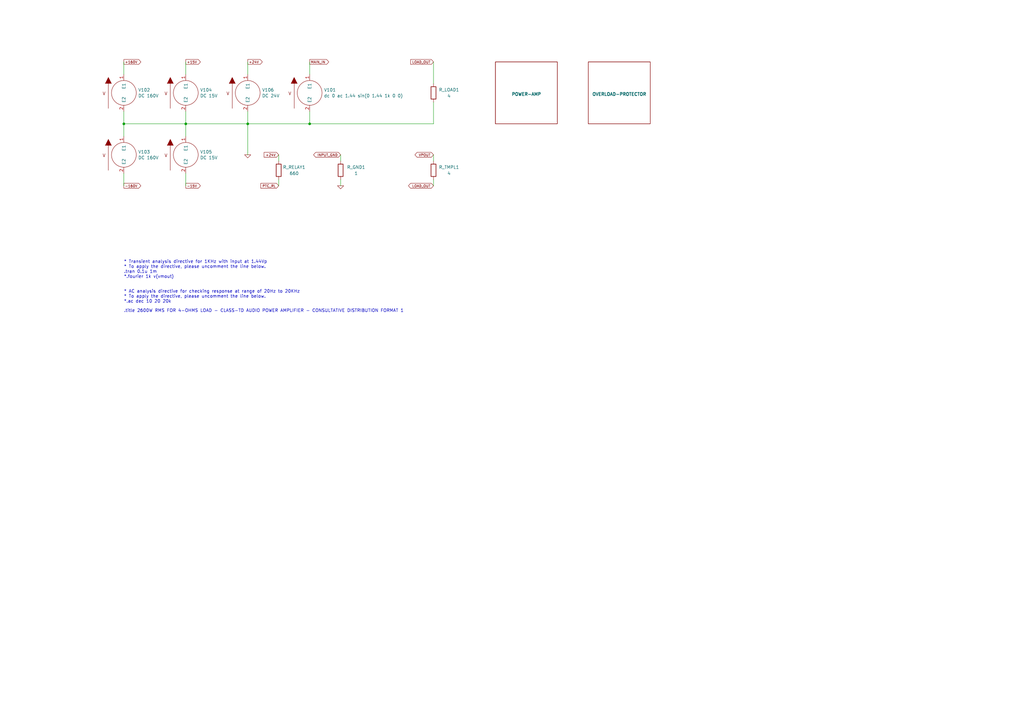
<source format=kicad_sch>
(kicad_sch (version 20211123) (generator eeschema)
  (paper "A3")
  (title_block (title "2600 WATTS RMS CLASS-TD\\nAUDIO POWER AMPLIFIER\\nFOR 4-OHMS LOUDSPEAKER") (date "2022-10-01") (company "BSD POWER AMP"))
  (lib_symbols
    (symbol "Device:R" (pin_numbers hide) (pin_names (offset 0))
      (property "Reference" "R" (at 2.032 0 90))
      (property "Value" "R" (at 0 0 90))
      (symbol "R_0_1"
        (rectangle (start -1.016 -2.54) (end 1.016 2.54) (stroke (width 0.254)))
      )
      (symbol "R_1_1"
        (pin passive line (at 0 3.81 270) (length 1.27) (name "~") (number "1"))
        (pin passive line (at 0 -3.81 90) (length 1.27) (name "~") (number "2"))
      )
    )
    (symbol "pspice:0" (power) (pin_names (offset 0))
      (property "Value" "0" (at 0 -1.778 0))
      (symbol "0_0_1"
        (polyline (pts (xy -1.27 0) (xy 0 -1.27) (xy 1.27 0) (xy -1.27 0)))
      )
      (symbol "0_1_1"
        (pin power_in line (at 0 0 0) (length 0) hide (name "0") (number "1"))
      )
    )
    (symbol "pspice:VSOURCE" (pin_names (offset 1.016))
      (property "Reference" "V" (at -6.35 7.62 0))
      (property "Value" "VSOURCE" (at 0 0 0))
      (symbol "VSOURCE_0_1"
        (polyline (pts (xy -6.35 -6.35) (xy -6.35 3.81)) (fill (type outline)))
        (polyline (pts (xy -7.62 3.81) (xy -6.35 6.35) (xy -5.08 3.81)) (fill (type outline)))
        (circle (center 0 0) (radius 5.08))
        (text "V" (at -8.128 -0.254 0) (effects (font (size 1.27 1.27))))
      )
      (symbol "VSOURCE_1_1"
        (pin input line (at 0 7.62 270) (length 2.54) (name "E1") (number "1"))
        (pin input line (at 0 -7.62 90) (length 2.54) (name "E2") (number "2"))
      )
    )
  )
  (junction (at 50.8 50.8))
  (junction (at 101.6 50.8))
  (junction (at 127 50.8))
  (junction (at 76.2 50.8))
  (wire (pts (xy 139.7 63.5) (xy 139.7 66.04)))
  (wire (pts (xy 177.8 73.66) (xy 177.8 76.2)))
  (wire (pts (xy 101.6 50.8) (xy 101.6 63.5)))
  (wire (pts (xy 127 45.72) (xy 127 50.8)))
  (wire (pts (xy 50.8 45.72) (xy 50.8 50.8)))
  (wire (pts (xy 76.2 50.8) (xy 101.6 50.8)))
  (wire (pts (xy 177.8 41.91) (xy 177.8 50.8)))
  (wire (pts (xy 114.3 63.5) (xy 114.3 66.04)))
  (wire (pts (xy 177.8 25.4) (xy 177.8 34.29)))
  (wire (pts (xy 50.8 76.2) (xy 50.8 71.12)))
  (wire (pts (xy 114.3 73.66) (xy 114.3 76.2)))
  (wire (pts (xy 101.6 25.4) (xy 101.6 30.48)))
  (wire (pts (xy 50.8 25.4) (xy 50.8 30.48)))
  (wire (pts (xy 76.2 50.8) (xy 50.8 50.8)))
  (wire (pts (xy 139.7 73.66) (xy 139.7 76.2)))
  (wire (pts (xy 177.8 63.5) (xy 177.8 66.04)))
  (wire (pts (xy 76.2 25.4) (xy 76.2 30.48)))
  (wire (pts (xy 101.6 45.72) (xy 101.6 50.8)))
  (wire (pts (xy 127 25.4) (xy 127 30.48)))
  (wire (pts (xy 50.8 50.8) (xy 50.8 55.88)))
  (wire (pts (xy 127 50.8) (xy 177.8 50.8)))
  (wire (pts (xy 101.6 50.8) (xy 127 50.8)))
  (wire (pts (xy 76.2 76.2) (xy 76.2 71.12)))
  (wire (pts (xy 76.2 45.72) (xy 76.2 50.8)))
  (wire (pts (xy 76.2 55.88) (xy 76.2 50.8)))
  (text "* Transient analysis directive for 1KHz with input at 1.44Vp\n* To apply the directive, please uncomment the line below.\n.tran 0.1u 1m\n*.fourier 1k v(vmout)" (at 50.8 114.3 0) (effects (font (size 1.27 1.27)) (justify left bottom)))
  (text ".title 2600W RMS FOR 4-OHMS LOAD - CLASS-TD AUDIO POWER AMPLIFIER - CONSULTATIVE DISTRIBUTION FORMAT 1" (at 50.8 128.27 0) (effects (font (size 1.27 1.27)) (justify left bottom)))
  (text "* AC analysis directive for checking response at range of 20Hz to 20KHz\n* To apply the directive, please uncomment the line below.\n*.ac dec 10 20 20k" (at 50.8 124.46 0) (effects (font (size 1.27 1.27)) (justify left bottom)))
  (global_label "-160V" (shape output) (at 50.8 76.2 0) (effects (font (size 1.016 1.016))) (property "Intersheet References" "${INTERSHEET_REFS}" (effects hide)))
  (global_label "+24V" (shape input) (at 114.3 63.5 180) (effects (font (size 1.016 1.016))) (property "Intersheet References" "${INTERSHEET_REFS}" (effects hide)))
  (global_label "+24V" (shape output) (at 101.6 25.4 0) (effects (font (size 1.016 1.016))) (property "Intersheet References" "${INTERSHEET_REFS}" (effects hide)))
  (global_label "LOAD_OUT" (shape bidirectional) (at 177.8 76.2 180) (effects (font (size 1.016 1.016))) (property "Intersheet References" "${INTERSHEET_REFS}" (effects hide)))
  (global_label "+15V" (shape output) (at 76.2 25.4 0) (effects (font (size 1.016 1.016))) (property "Intersheet References" "${INTERSHEET_REFS}" (effects hide)))
  (global_label "+160V" (shape output) (at 50.8 25.4 0) (effects (font (size 1.016 1.016))) (property "Intersheet References" "${INTERSHEET_REFS}" (effects hide)))
  (global_label "LOAD_OUT" (shape input) (at 177.8 25.4 180) (effects (font (size 1.016 1.016))) (property "Intersheet References" "${INTERSHEET_REFS}" (effects hide)))
  (global_label "MAIN_IN" (shape output) (at 127 25.4 0) (effects (font (size 1.016 1.016))) (property "Intersheet References" "${INTERSHEET_REFS}" (effects hide)))
  (global_label "-15V" (shape output) (at 76.2 76.2 0) (effects (font (size 1.016 1.016))) (property "Intersheet References" "${INTERSHEET_REFS}" (effects hide)))
  (global_label "INPUT_GND" (shape bidirectional) (at 139.7 63.5 180) (effects (font (size 1.016 1.016))) (property "Intersheet References" "${INTERSHEET_REFS}" (effects hide)))
  (global_label "VPOUT" (shape bidirectional) (at 177.8 63.5 180) (effects (font (size 1.016 1.016))) (property "Intersheet References" "${INTERSHEET_REFS}" (effects hide)))
  (global_label "PTC_RL" (shape input) (at 114.3 76.2 180) (effects (font (size 1.016 1.016))) (property "Intersheet References" "${INTERSHEET_REFS}" (effects hide)))
  (symbol (lib_id "pspice:0") (at 101.6 63.5 0) (unit 1)
    (property "Reference" "#GND0105" (effects hide))
    (property "Value" "0" (effects hide))
  )
  (symbol (lib_id "Device:R") (at 177.8 69.85 0) (unit 1)
    (property "Reference" "R_TMPL1" (at 184.15 68.58 0))
    (property "Value" "4" (at 184.15 71.12 0))
  )
  (symbol (lib_id "pspice:VSOURCE") (at 76.2 38.1 0) (unit 1)
    (property "Reference" "V104" (at 82.042 36.9062 0) (effects (justify left)))
    (property "Value" "DC 15V" (at 82.042 39.2684 0) (effects (justify left)))
  )
  (symbol (lib_id "pspice:VSOURCE") (at 76.2 63.5 0) (unit 1)
    (property "Reference" "V105" (at 82.042 62.3062 0) (effects (justify left)))
    (property "Value" "DC 15V" (at 82.042 64.6684 0) (effects (justify left)))
  )
  (symbol (lib_id "Device:R") (at 177.8 38.1 0) (unit 1)
    (property "Reference" "R_LOAD1" (at 184.15 36.83 0))
    (property "Value" "4" (at 184.15 39.37 0))
  )
  (symbol (lib_id "pspice:VSOURCE") (at 101.6 38.1 0) (unit 1)
    (property "Reference" "V106" (at 107.442 36.9062 0) (effects (justify left)))
    (property "Value" "DC 24V" (at 107.442 39.2684 0) (effects (justify left)))
  )
  (symbol (lib_id "pspice:VSOURCE") (at 50.8 63.5 0) (unit 1)
    (property "Reference" "V103" (at 56.642 62.3062 0) (effects (justify left)))
    (property "Value" "DC 160V" (at 56.642 64.6684 0) (effects (justify left)))
  )
  (symbol (lib_id "pspice:VSOURCE") (at 127 38.1 0) (unit 1)
    (property "Reference" "V101" (at 132.842 36.9062 0) (effects (justify left)))
    (property "Value" "dc 0 ac 1.44 sin(0 1.44 1k 0 0)" (at 132.842 39.2684 0) (effects (justify left)))
  )
  (symbol (lib_id "Device:R") (at 139.7 69.85 0) (unit 1)
    (property "Reference" "R_GND1" (at 146.05 68.58 0))
    (property "Value" "1" (at 146.05 71.12 0))
  )
  (symbol (lib_id "pspice:0") (at 139.7 76.2 0) (unit 1)
    (property "Reference" "#GND0116" (effects hide))
    (property "Value" "0" (effects hide))
  )
  (symbol (lib_id "pspice:VSOURCE") (at 50.8 38.1 0) (unit 1)
    (property "Reference" "V102" (at 56.642 36.9062 0) (effects (justify left)))
    (property "Value" "DC 160V" (at 56.642 39.2684 0) (effects (justify left)))
  )
  (symbol (lib_id "Device:R") (at 114.3 69.85 0) (unit 1)
    (property "Reference" "R_RELAY1" (at 120.65 68.58 0))
    (property "Value" "660" (at 120.65 71.12 0))
  )
  (sheet (at 203.2 25.4) (size 25.4 25.4) (stroke (width 0.1524))
    (property "Sheet name" "POWER-AMP" (at 215.9 39.37 0) (effects (font bold) (justify bottom)))
    (property "Sheet file" "POWER-AMP-BLOCK.kicad_sch" (effects hide))
  )
  (sheet (at 241.3 25.4) (size 25.4 25.4) (stroke (width 0.1524))
    (property "Sheet name" "OVERLOAD-PROTECTOR" (at 254 39.37 0) (effects (font bold) (justify bottom)))
    (property "Sheet file" "OVERLOAD_PROTECTOR.kicad_sch" (effects hide))
  )
)
</source>
